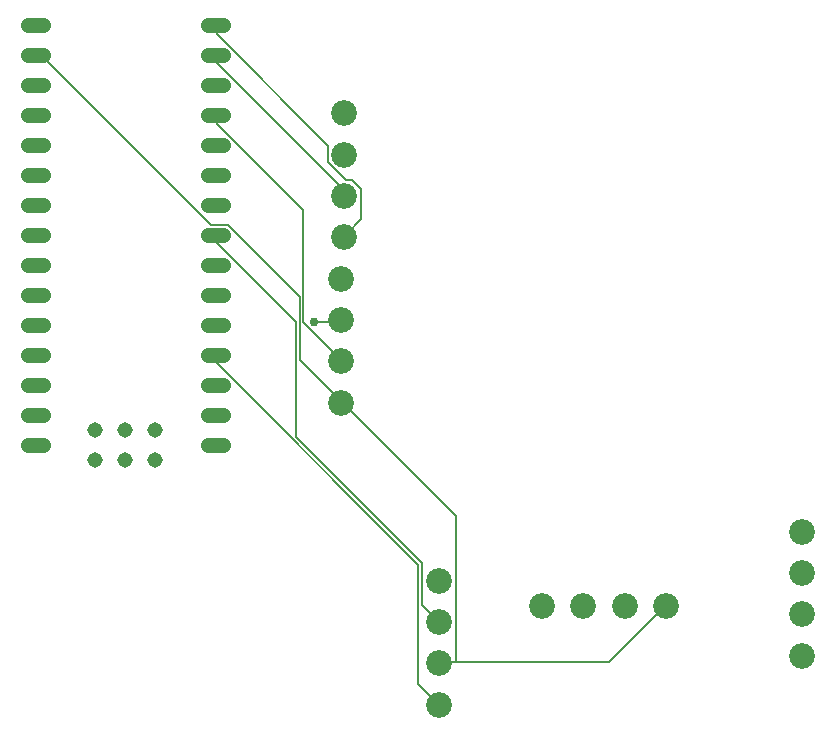
<source format=gbl>
G04 EAGLE Gerber RS-274X export*
G75*
%MOMM*%
%FSLAX34Y34*%
%LPD*%
%INBottom Copper*%
%IPPOS*%
%AMOC8*
5,1,8,0,0,1.08239X$1,22.5*%
G01*
%ADD10C,2.184400*%
%ADD11C,1.308000*%
%ADD12C,1.308000*%
%ADD13C,0.152400*%
%ADD14C,0.756400*%


D10*
X484300Y169900D03*
X519300Y169900D03*
X554300Y169900D03*
X589300Y169900D03*
X704400Y127400D03*
X704400Y162400D03*
X704400Y197400D03*
X704400Y232400D03*
X316800Y481700D03*
X316800Y516700D03*
X316800Y551700D03*
X316800Y586700D03*
X314400Y341700D03*
X314400Y376700D03*
X314400Y411700D03*
X314400Y446700D03*
X396800Y86000D03*
X396800Y121000D03*
X396800Y156000D03*
X396800Y191000D03*
D11*
X214140Y305400D02*
X201060Y305400D01*
X201060Y330800D02*
X214140Y330800D01*
X214140Y356200D02*
X201060Y356200D01*
X201060Y381600D02*
X214140Y381600D01*
X214140Y407000D02*
X201060Y407000D01*
X201060Y432400D02*
X214140Y432400D01*
X214140Y457800D02*
X201060Y457800D01*
X201060Y483200D02*
X214140Y483200D01*
X214140Y508600D02*
X201060Y508600D01*
X201060Y534000D02*
X214140Y534000D01*
X214140Y559400D02*
X201060Y559400D01*
X201060Y584800D02*
X214140Y584800D01*
X61740Y305400D02*
X48660Y305400D01*
X48660Y330800D02*
X61740Y330800D01*
X61740Y356200D02*
X48660Y356200D01*
X48660Y508600D02*
X61740Y508600D01*
X61740Y534000D02*
X48660Y534000D01*
X48660Y559400D02*
X61740Y559400D01*
X61740Y584800D02*
X48660Y584800D01*
X48660Y661000D02*
X61740Y661000D01*
X201060Y661000D02*
X214140Y661000D01*
X214140Y635600D02*
X201060Y635600D01*
X201060Y610200D02*
X214140Y610200D01*
X61740Y635600D02*
X48660Y635600D01*
X48660Y610200D02*
X61740Y610200D01*
X61740Y381600D02*
X48660Y381600D01*
D12*
X106000Y318100D03*
X131400Y318100D03*
X156800Y318100D03*
D11*
X61740Y483200D02*
X48660Y483200D01*
X48660Y457800D02*
X61740Y457800D01*
X61740Y432400D02*
X48660Y432400D01*
X48660Y407000D02*
X61740Y407000D01*
D12*
X106000Y292700D03*
X131400Y292700D03*
X156800Y292700D03*
D13*
X208788Y477012D02*
X208788Y483108D01*
X208788Y477012D02*
X275844Y409956D01*
X275844Y312420D01*
X382524Y205740D01*
X382524Y170688D01*
X396240Y156972D01*
X208788Y483108D02*
X207600Y483200D01*
X396240Y156972D02*
X396800Y156000D01*
X411480Y121920D02*
X541020Y121920D01*
X411480Y121920D02*
X397764Y121920D01*
X541020Y121920D02*
X588264Y169164D01*
X397764Y121920D02*
X396800Y121000D01*
X588264Y169164D02*
X589300Y169900D01*
X60960Y635508D02*
X56388Y635508D01*
X60960Y635508D02*
X204216Y492252D01*
X217932Y492252D01*
X278892Y431292D01*
X278892Y377952D01*
X313944Y342900D01*
X56388Y635508D02*
X55200Y635600D01*
X313944Y342900D02*
X314400Y341700D01*
X411480Y245364D02*
X411480Y121920D01*
X411480Y245364D02*
X315468Y341376D01*
X314400Y341700D01*
X312420Y409956D02*
X291084Y409956D01*
X312420Y409956D02*
X313944Y411480D01*
X314400Y411700D01*
X208788Y381000D02*
X208788Y374904D01*
X379476Y204216D01*
X379476Y103632D01*
X396240Y86868D01*
X208788Y381000D02*
X207600Y381600D01*
X396240Y86868D02*
X396800Y86000D01*
D14*
X291084Y409956D03*
D13*
X208788Y629412D02*
X208788Y635508D01*
X208788Y629412D02*
X315468Y522732D01*
X315468Y518160D01*
X208788Y635508D02*
X207600Y635600D01*
X315468Y518160D02*
X316800Y516700D01*
X208788Y653796D02*
X208788Y659892D01*
X208788Y653796D02*
X303276Y559308D01*
X303276Y545592D01*
X318516Y530352D01*
X323088Y530352D01*
X330708Y522732D01*
X330708Y496824D01*
X316992Y483108D01*
X208788Y659892D02*
X207600Y661000D01*
X316992Y483108D02*
X316800Y481700D01*
X208788Y577596D02*
X208788Y583692D01*
X208788Y577596D02*
X281940Y504444D01*
X281940Y409956D01*
X313944Y377952D01*
X208788Y583692D02*
X207600Y584800D01*
X313944Y377952D02*
X314400Y376700D01*
M02*

</source>
